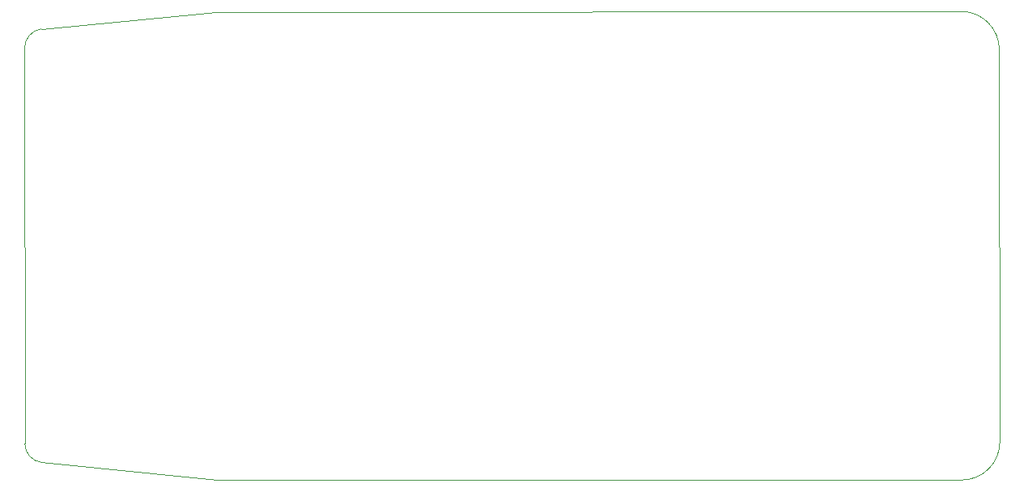
<source format=gm1>
G04 #@! TF.GenerationSoftware,KiCad,Pcbnew,(5.1.6)-1*
G04 #@! TF.CreationDate,2022-01-03T12:18:26+01:00*
G04 #@! TF.ProjectId,CURSO_PCB_DRONE,43555253-4f5f-4504-9342-5f44524f4e45,rev?*
G04 #@! TF.SameCoordinates,Original*
G04 #@! TF.FileFunction,Profile,NP*
%FSLAX46Y46*%
G04 Gerber Fmt 4.6, Leading zero omitted, Abs format (unit mm)*
G04 Created by KiCad (PCBNEW (5.1.6)-1) date 2022-01-03 12:18:26*
%MOMM*%
%LPD*%
G01*
G04 APERTURE LIST*
G04 #@! TA.AperFunction,Profile*
%ADD10C,0.050000*%
G04 #@! TD*
G04 APERTURE END LIST*
D10*
X181970680Y-109954060D02*
X181912560Y-68903038D01*
X181968899Y-109954456D02*
G75*
G02*
X177965861Y-113927016I-3987799J15239D01*
G01*
X177940000Y-64900000D02*
G75*
G02*
X181912560Y-68903038I-15239J-3987799D01*
G01*
X100055861Y-113877016D02*
X81715861Y-112087016D01*
X81715861Y-112087016D02*
G75*
G02*
X79994760Y-110114080I270259J1972936D01*
G01*
X100055861Y-113877016D02*
X177965861Y-113927016D01*
X79968899Y-68712936D02*
X79994299Y-110114936D01*
X81690000Y-66740000D02*
G75*
G03*
X79968899Y-68712936I270259J-1972936D01*
G01*
X100030000Y-64950000D02*
X81690000Y-66740000D01*
X100030000Y-64950000D02*
X177940000Y-64900000D01*
M02*

</source>
